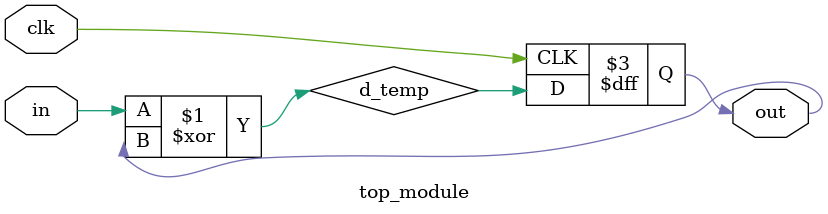
<source format=v>
module top_module (
    input clk,
    input in, 
    output out);

    wire d_temp;
    xor x1(d_temp,in,out);
    always@(posedge clk)
        out<=d_temp;
endmodule

</source>
